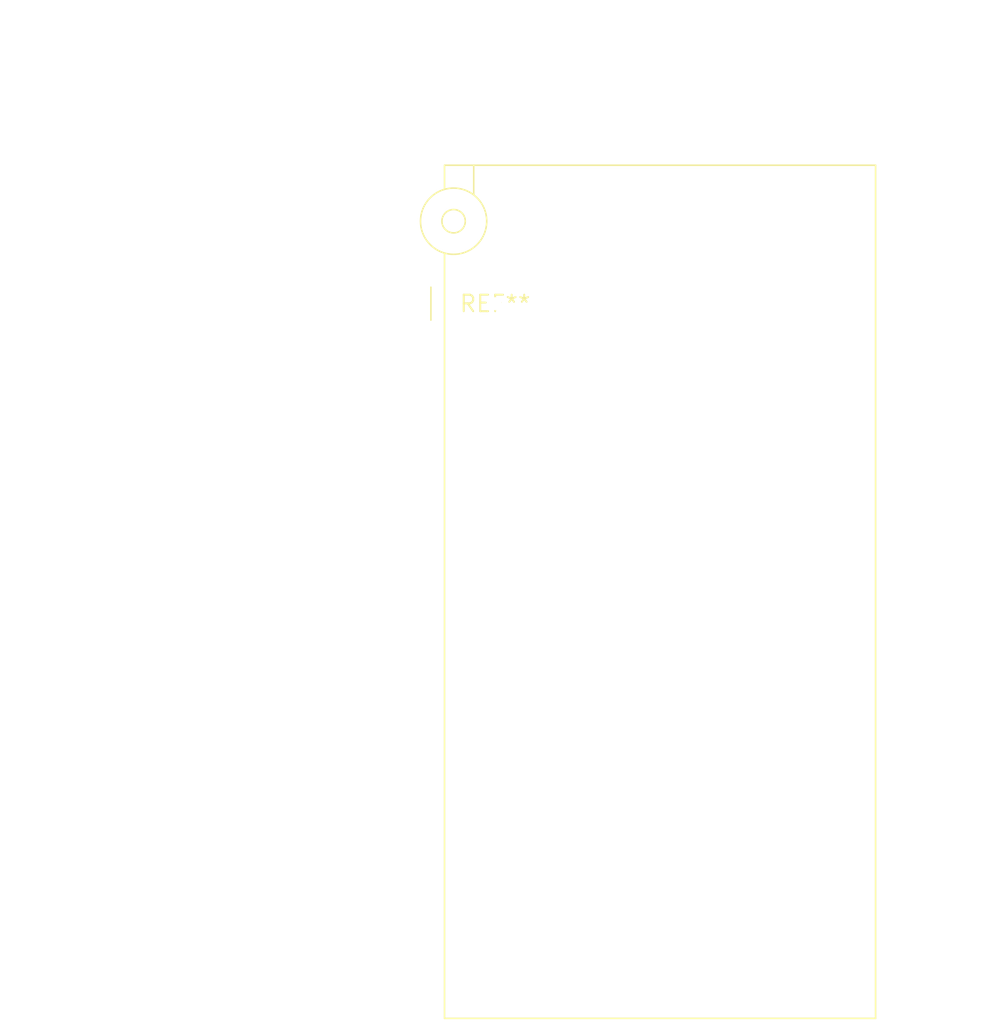
<source format=kicad_pcb>
(kicad_pcb (version 20240108) (generator pcbnew)
  (layers (0 "F.Cu" signal) (31 "B.Cu" signal) (34 "B.Paste" user) (35 "F.Paste" user) (36 "B.SilkS" user "B.Silkscreen") (37 "F.SilkS" user "F.Silkscreen") (38 "B.Mask" user) (39 "F.Mask" user) (44 "Edge.Cuts" user))
  (net 0 "")
  (footprint "DIP_Socket-40_W22.1_W22.86_W25.4_W27.94_W28.7_3M_240-3639-00-0602J" (layer "F.Cu") (at 0 0)
    (property "Reference" "REF**")
    (property "Value" "DIP_Socket-40_W22.1_W22.86_W25.4_W27.94_W28.7_3M_240-3639-00-0602J")
    (fp_line (start -4.95 1.27) (end -4.95 -1.27) (layer "F.SilkS") (stroke (width 0.12)))
    (fp_line (start -3.9 -10.66) (end -3.9 -8.8) (layer "F.SilkS") (stroke (width 0.12)))
    (fp_line (start -3.9 -3.9) (end -3.9 55.04) (layer "F.SilkS") (stroke (width 0.12)))
    (fp_line (start -3.9 55.04) (end 29.3 55.04) (layer "F.SilkS") (stroke (width 0.12)))
    (fp_line (start -1.65 -10.66) (end -1.65 -8.4) (layer "F.SilkS") (stroke (width 0.12)))
    (fp_line (start 29.3 -10.66) (end -3.9 -10.66) (layer "F.SilkS") (stroke (width 0.12)))
    (fp_line (start 29.3 55.04) (end 29.3 -10.66) (layer "F.SilkS") (stroke (width 0.12)))
    (fp_circle (center -3.2 -6.35) (end -2.3 -6.35) (layer "F.SilkS") (stroke (width 0.12)) (fill none))
    (fp_circle (center -3.2 -6.35) (end -0.65 -6.35) (layer "F.SilkS") (stroke (width 0.12)) (fill none))
    (pad "1" thru_hole rect (at 0 0) (size 2 1.44) (drill 1) (layers *.Cu *.Mask) (remove_unused_layers))
    (pad "2" thru_hole oval (at 0 2.54) (size 2 1.44) (drill 1) (layers *.Cu *.Mask) (remove_unused_layers))
    (pad "3" thru_hole oval (at 0 5.08) (size 2 1.44) (drill 1) (layers *.Cu *.Mask) (remove_unused_layers))
    (pad "4" thru_hole oval (at 0 7.62) (size 2 1.44) (drill 1) (layers *.Cu *.Mask) (remove_unused_layers))
    (pad "5" thru_hole oval (at 0 10.16) (size 2 1.44) (drill 1) (layers *.Cu *.Mask) (remove_unused_layers))
    (pad "6" thru_hole oval (at 0 12.7) (size 2 1.44) (drill 1) (layers *.Cu *.Mask) (remove_unused_layers))
    (pad "7" thru_hole oval (at 0 15.24) (size 2 1.44) (drill 1) (layers *.Cu *.Mask) (remove_unused_layers))
    (pad "8" thru_hole oval (at 0 17.78) (size 2 1.44) (drill 1) (layers *.Cu *.Mask) (remove_unused_layers))
    (pad "9" thru_hole oval (at 0 20.32) (size 2 1.44) (drill 1) (layers *.Cu *.Mask) (remove_unused_layers))
    (pad "10" thru_hole oval (at 0 22.86) (size 2 1.44) (drill 1) (layers *.Cu *.Mask) (remove_unused_layers))
    (pad "11" thru_hole oval (at 0 25.4) (size 2 1.44) (drill 1) (layers *.Cu *.Mask) (remove_unused_layers))
    (pad "12" thru_hole oval (at 0 27.94) (size 2 1.44) (drill 1) (layers *.Cu *.Mask) (remove_unused_layers))
    (pad "13" thru_hole oval (at 0 30.48) (size 2 1.44) (drill 1) (layers *.Cu *.Mask) (remove_unused_layers))
    (pad "14" thru_hole oval (at 0 33.02) (size 2 1.44) (drill 1) (layers *.Cu *.Mask) (remove_unused_layers))
    (pad "15" thru_hole oval (at 0 35.56) (size 2 1.44) (drill 1) (layers *.Cu *.Mask) (remove_unused_layers))
    (pad "16" thru_hole oval (at 0 38.1) (size 2 1.44) (drill 1) (layers *.Cu *.Mask) (remove_unused_layers))
    (pad "17" thru_hole oval (at 0 40.64) (size 2 1.44) (drill 1) (layers *.Cu *.Mask) (remove_unused_layers))
    (pad "18" thru_hole oval (at 0 43.18) (size 2 1.44) (drill 1) (layers *.Cu *.Mask) (remove_unused_layers))
    (pad "19" thru_hole oval (at 0 45.72) (size 2 1.44) (drill 1) (layers *.Cu *.Mask) (remove_unused_layers))
    (pad "20" thru_hole oval (at 0 48.26) (size 2 1.44) (drill 1) (layers *.Cu *.Mask) (remove_unused_layers))
    (pad "21" thru_hole oval (at 25.4 48.26) (size 2 1.44) (drill 1) (layers *.Cu *.Mask) (remove_unused_layers))
    (pad "22" thru_hole oval (at 25.4 45.72) (size 2 1.44) (drill 1) (layers *.Cu *.Mask) (remove_unused_layers))
    (pad "23" thru_hole oval (at 25.4 43.18) (size 2 1.44) (drill 1) (layers *.Cu *.Mask) (remove_unused_layers))
    (pad "24" thru_hole oval (at 25.4 40.64) (size 2 1.44) (drill 1) (layers *.Cu *.Mask) (remove_unused_layers))
    (pad "25" thru_hole oval (at 25.4 38.1) (size 2 1.44) (drill 1) (layers *.Cu *.Mask) (remove_unused_layers))
    (pad "26" thru_hole oval (at 25.4 35.56) (size 2 1.44) (drill 1) (layers *.Cu *.Mask) (remove_unused_layers))
    (pad "27" thru_hole oval (at 25.4 33.02) (size 2 1.44) (drill 1) (layers *.Cu *.Mask) (remove_unused_layers))
    (pad "28" thru_hole oval (at 25.4 30.48) (size 2 1.44) (drill 1) (layers *.Cu *.Mask) (remove_unused_layers))
    (pad "29" thru_hole oval (at 25.4 27.94) (size 2 1.44) (drill 1) (layers *.Cu *.Mask) (remove_unused_layers))
    (pad "30" thru_hole oval (at 25.4 25.4) (size 2 1.44) (drill 1) (layers *.Cu *.Mask) (remove_unused_layers))
    (pad "31" thru_hole oval (at 25.4 22.86) (size 2 1.44) (drill 1) (layers *.Cu *.Mask) (remove_unused_layers))
    (pad "32" thru_hole oval (at 25.4 20.32) (size 2 1.44) (drill 1) (layers *.Cu *.Mask) (remove_unused_layers))
    (pad "33" thru_hole oval (at 25.4 17.78) (size 2 1.44) (drill 1) (layers *.Cu *.Mask) (remove_unused_layers))
    (pad "34" thru_hole oval (at 25.4 15.24) (size 2 1.44) (drill 1) (layers *.Cu *.Mask) (remove_unused_layers))
    (pad "35" thru_hole oval (at 25.4 12.7) (size 2 1.44) (drill 1) (layers *.Cu *.Mask) (remove_unused_layers))
    (pad "36" thru_hole oval (at 25.4 10.16) (size 2 1.44) (drill 1) (layers *.Cu *.Mask) (remove_unused_layers))
    (pad "37" thru_hole oval (at 25.4 7.62) (size 2 1.44) (drill 1) (layers *.Cu *.Mask) (remove_unused_layers))
    (pad "38" thru_hole oval (at 25.4 5.08) (size 2 1.44) (drill 1) (layers *.Cu *.Mask) (remove_unused_layers))
    (pad "39" thru_hole oval (at 25.4 2.54) (size 2 1.44) (drill 1) (layers *.Cu *.Mask) (remove_unused_layers))
    (pad "40" thru_hole oval (at 25.4 0) (size 2 1.44) (drill 1) (layers *.Cu *.Mask) (remove_unused_layers))
  )
)
</source>
